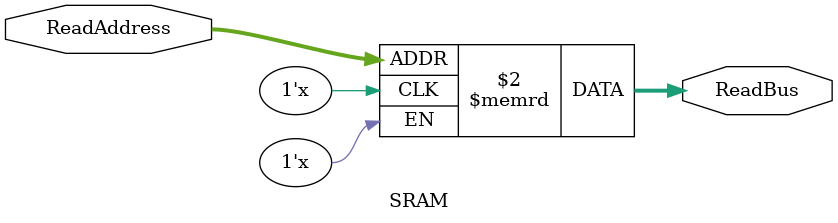
<source format=v>
`timescale 1ns / 1 ps
module SRAM (ReadAddress, ReadBus);
input  [3:0] ReadAddress; // Change as you change size of SRAM
output [31:0] ReadBus;

reg [31:0]   Register [0:15];   // 16 words, each 32 bit
reg [31:0]   ReadBus;

// Note the 0.3 ns delay - this is the OUTPUT DELAY FOR THE MEMORY FOR SYNTHESIS
always@(*) 
  begin 
    #0.3 ReadBus  =  Register[ReadAddress];
  end
endmodule

</source>
